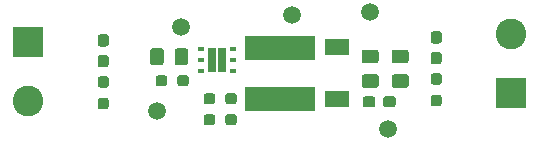
<source format=gts>
%TF.GenerationSoftware,KiCad,Pcbnew,(5.1.10)-1*%
%TF.CreationDate,2021-10-10T23:42:33-04:00*%
%TF.ProjectId,BoostConverter,426f6f73-7443-46f6-9e76-65727465722e,rev?*%
%TF.SameCoordinates,Original*%
%TF.FileFunction,Soldermask,Top*%
%TF.FilePolarity,Negative*%
%FSLAX46Y46*%
G04 Gerber Fmt 4.6, Leading zero omitted, Abs format (unit mm)*
G04 Created by KiCad (PCBNEW (5.1.10)-1) date 2021-10-10 23:42:33*
%MOMM*%
%LPD*%
G01*
G04 APERTURE LIST*
%ADD10R,0.800000X1.050000*%
%ADD11R,0.630000X0.450000*%
%ADD12C,1.500000*%
%ADD13R,5.994400X2.006600*%
%ADD14C,2.600000*%
%ADD15R,2.600000X2.600000*%
%ADD16R,2.108200X1.422400*%
G04 APERTURE END LIST*
%TO.C,C1*%
G36*
G01*
X152204000Y-101633000D02*
X152204000Y-102583000D01*
G75*
G02*
X151954000Y-102833000I-250000J0D01*
G01*
X151279000Y-102833000D01*
G75*
G02*
X151029000Y-102583000I0J250000D01*
G01*
X151029000Y-101633000D01*
G75*
G02*
X151279000Y-101383000I250000J0D01*
G01*
X151954000Y-101383000D01*
G75*
G02*
X152204000Y-101633000I0J-250000D01*
G01*
G37*
G36*
G01*
X154279000Y-101633000D02*
X154279000Y-102583000D01*
G75*
G02*
X154029000Y-102833000I-250000J0D01*
G01*
X153354000Y-102833000D01*
G75*
G02*
X153104000Y-102583000I0J250000D01*
G01*
X153104000Y-101633000D01*
G75*
G02*
X153354000Y-101383000I250000J0D01*
G01*
X154029000Y-101383000D01*
G75*
G02*
X154279000Y-101633000I0J-250000D01*
G01*
G37*
%TD*%
D10*
%TO.C,U1*%
X156318000Y-101837000D03*
X156318000Y-102887000D03*
X157118000Y-101837000D03*
X157118000Y-102887000D03*
D11*
X158058000Y-101412000D03*
X158058000Y-102362000D03*
X158058000Y-103312000D03*
X155378000Y-103312000D03*
X155378000Y-102362000D03*
X155378000Y-101412000D03*
%TD*%
D12*
%TO.C,TP5*%
X169672000Y-98298000D03*
%TD*%
%TO.C,TP4*%
X171196000Y-108204000D03*
%TD*%
%TO.C,TP3*%
X163068000Y-98552000D03*
%TD*%
%TO.C,TP2*%
X151638000Y-106680000D03*
%TD*%
%TO.C,TP1*%
X153670000Y-99568000D03*
%TD*%
%TO.C,R5*%
G36*
G01*
X175497500Y-104477000D02*
X175022500Y-104477000D01*
G75*
G02*
X174785000Y-104239500I0J237500D01*
G01*
X174785000Y-103739500D01*
G75*
G02*
X175022500Y-103502000I237500J0D01*
G01*
X175497500Y-103502000D01*
G75*
G02*
X175735000Y-103739500I0J-237500D01*
G01*
X175735000Y-104239500D01*
G75*
G02*
X175497500Y-104477000I-237500J0D01*
G01*
G37*
G36*
G01*
X175497500Y-106302000D02*
X175022500Y-106302000D01*
G75*
G02*
X174785000Y-106064500I0J237500D01*
G01*
X174785000Y-105564500D01*
G75*
G02*
X175022500Y-105327000I237500J0D01*
G01*
X175497500Y-105327000D01*
G75*
G02*
X175735000Y-105564500I0J-237500D01*
G01*
X175735000Y-106064500D01*
G75*
G02*
X175497500Y-106302000I-237500J0D01*
G01*
G37*
%TD*%
%TO.C,R4*%
G36*
G01*
X156547000Y-107204500D02*
X156547000Y-107679500D01*
G75*
G02*
X156309500Y-107917000I-237500J0D01*
G01*
X155809500Y-107917000D01*
G75*
G02*
X155572000Y-107679500I0J237500D01*
G01*
X155572000Y-107204500D01*
G75*
G02*
X155809500Y-106967000I237500J0D01*
G01*
X156309500Y-106967000D01*
G75*
G02*
X156547000Y-107204500I0J-237500D01*
G01*
G37*
G36*
G01*
X158372000Y-107204500D02*
X158372000Y-107679500D01*
G75*
G02*
X158134500Y-107917000I-237500J0D01*
G01*
X157634500Y-107917000D01*
G75*
G02*
X157397000Y-107679500I0J237500D01*
G01*
X157397000Y-107204500D01*
G75*
G02*
X157634500Y-106967000I237500J0D01*
G01*
X158134500Y-106967000D01*
G75*
G02*
X158372000Y-107204500I0J-237500D01*
G01*
G37*
%TD*%
%TO.C,R3*%
G36*
G01*
X157397000Y-105901500D02*
X157397000Y-105426500D01*
G75*
G02*
X157634500Y-105189000I237500J0D01*
G01*
X158134500Y-105189000D01*
G75*
G02*
X158372000Y-105426500I0J-237500D01*
G01*
X158372000Y-105901500D01*
G75*
G02*
X158134500Y-106139000I-237500J0D01*
G01*
X157634500Y-106139000D01*
G75*
G02*
X157397000Y-105901500I0J237500D01*
G01*
G37*
G36*
G01*
X155572000Y-105901500D02*
X155572000Y-105426500D01*
G75*
G02*
X155809500Y-105189000I237500J0D01*
G01*
X156309500Y-105189000D01*
G75*
G02*
X156547000Y-105426500I0J-237500D01*
G01*
X156547000Y-105901500D01*
G75*
G02*
X156309500Y-106139000I-237500J0D01*
G01*
X155809500Y-106139000D01*
G75*
G02*
X155572000Y-105901500I0J237500D01*
G01*
G37*
%TD*%
%TO.C,R2*%
G36*
G01*
X153333000Y-104377500D02*
X153333000Y-103902500D01*
G75*
G02*
X153570500Y-103665000I237500J0D01*
G01*
X154070500Y-103665000D01*
G75*
G02*
X154308000Y-103902500I0J-237500D01*
G01*
X154308000Y-104377500D01*
G75*
G02*
X154070500Y-104615000I-237500J0D01*
G01*
X153570500Y-104615000D01*
G75*
G02*
X153333000Y-104377500I0J237500D01*
G01*
G37*
G36*
G01*
X151508000Y-104377500D02*
X151508000Y-103902500D01*
G75*
G02*
X151745500Y-103665000I237500J0D01*
G01*
X152245500Y-103665000D01*
G75*
G02*
X152483000Y-103902500I0J-237500D01*
G01*
X152483000Y-104377500D01*
G75*
G02*
X152245500Y-104615000I-237500J0D01*
G01*
X151745500Y-104615000D01*
G75*
G02*
X151508000Y-104377500I0J237500D01*
G01*
G37*
%TD*%
%TO.C,R1*%
G36*
G01*
X147303500Y-104731000D02*
X146828500Y-104731000D01*
G75*
G02*
X146591000Y-104493500I0J237500D01*
G01*
X146591000Y-103993500D01*
G75*
G02*
X146828500Y-103756000I237500J0D01*
G01*
X147303500Y-103756000D01*
G75*
G02*
X147541000Y-103993500I0J-237500D01*
G01*
X147541000Y-104493500D01*
G75*
G02*
X147303500Y-104731000I-237500J0D01*
G01*
G37*
G36*
G01*
X147303500Y-106556000D02*
X146828500Y-106556000D01*
G75*
G02*
X146591000Y-106318500I0J237500D01*
G01*
X146591000Y-105818500D01*
G75*
G02*
X146828500Y-105581000I237500J0D01*
G01*
X147303500Y-105581000D01*
G75*
G02*
X147541000Y-105818500I0J-237500D01*
G01*
X147541000Y-106318500D01*
G75*
G02*
X147303500Y-106556000I-237500J0D01*
G01*
G37*
%TD*%
D13*
%TO.C,L1*%
X162052000Y-101346000D03*
X162052000Y-105664000D03*
%TD*%
D14*
%TO.C,J2*%
X181610000Y-100156000D03*
D15*
X181610000Y-105156000D03*
%TD*%
D14*
%TO.C,J1*%
X140716000Y-105838000D03*
D15*
X140716000Y-100838000D03*
%TD*%
%TO.C,D3*%
G36*
G01*
X175022500Y-101696000D02*
X175497500Y-101696000D01*
G75*
G02*
X175735000Y-101933500I0J-237500D01*
G01*
X175735000Y-102508500D01*
G75*
G02*
X175497500Y-102746000I-237500J0D01*
G01*
X175022500Y-102746000D01*
G75*
G02*
X174785000Y-102508500I0J237500D01*
G01*
X174785000Y-101933500D01*
G75*
G02*
X175022500Y-101696000I237500J0D01*
G01*
G37*
G36*
G01*
X175022500Y-99946000D02*
X175497500Y-99946000D01*
G75*
G02*
X175735000Y-100183500I0J-237500D01*
G01*
X175735000Y-100758500D01*
G75*
G02*
X175497500Y-100996000I-237500J0D01*
G01*
X175022500Y-100996000D01*
G75*
G02*
X174785000Y-100758500I0J237500D01*
G01*
X174785000Y-100183500D01*
G75*
G02*
X175022500Y-99946000I237500J0D01*
G01*
G37*
%TD*%
D16*
%TO.C,D2*%
X166878000Y-101264720D03*
X166878000Y-105664000D03*
%TD*%
%TO.C,D1*%
G36*
G01*
X146828500Y-101950000D02*
X147303500Y-101950000D01*
G75*
G02*
X147541000Y-102187500I0J-237500D01*
G01*
X147541000Y-102762500D01*
G75*
G02*
X147303500Y-103000000I-237500J0D01*
G01*
X146828500Y-103000000D01*
G75*
G02*
X146591000Y-102762500I0J237500D01*
G01*
X146591000Y-102187500D01*
G75*
G02*
X146828500Y-101950000I237500J0D01*
G01*
G37*
G36*
G01*
X146828500Y-100200000D02*
X147303500Y-100200000D01*
G75*
G02*
X147541000Y-100437500I0J-237500D01*
G01*
X147541000Y-101012500D01*
G75*
G02*
X147303500Y-101250000I-237500J0D01*
G01*
X146828500Y-101250000D01*
G75*
G02*
X146591000Y-101012500I0J237500D01*
G01*
X146591000Y-100437500D01*
G75*
G02*
X146828500Y-100200000I237500J0D01*
G01*
G37*
%TD*%
%TO.C,C4*%
G36*
G01*
X172687000Y-102674000D02*
X171737000Y-102674000D01*
G75*
G02*
X171487000Y-102424000I0J250000D01*
G01*
X171487000Y-101749000D01*
G75*
G02*
X171737000Y-101499000I250000J0D01*
G01*
X172687000Y-101499000D01*
G75*
G02*
X172937000Y-101749000I0J-250000D01*
G01*
X172937000Y-102424000D01*
G75*
G02*
X172687000Y-102674000I-250000J0D01*
G01*
G37*
G36*
G01*
X172687000Y-104749000D02*
X171737000Y-104749000D01*
G75*
G02*
X171487000Y-104499000I0J250000D01*
G01*
X171487000Y-103824000D01*
G75*
G02*
X171737000Y-103574000I250000J0D01*
G01*
X172687000Y-103574000D01*
G75*
G02*
X172937000Y-103824000I0J-250000D01*
G01*
X172937000Y-104499000D01*
G75*
G02*
X172687000Y-104749000I-250000J0D01*
G01*
G37*
%TD*%
%TO.C,C3*%
G36*
G01*
X170147000Y-102674000D02*
X169197000Y-102674000D01*
G75*
G02*
X168947000Y-102424000I0J250000D01*
G01*
X168947000Y-101749000D01*
G75*
G02*
X169197000Y-101499000I250000J0D01*
G01*
X170147000Y-101499000D01*
G75*
G02*
X170397000Y-101749000I0J-250000D01*
G01*
X170397000Y-102424000D01*
G75*
G02*
X170147000Y-102674000I-250000J0D01*
G01*
G37*
G36*
G01*
X170147000Y-104749000D02*
X169197000Y-104749000D01*
G75*
G02*
X168947000Y-104499000I0J250000D01*
G01*
X168947000Y-103824000D01*
G75*
G02*
X169197000Y-103574000I250000J0D01*
G01*
X170147000Y-103574000D01*
G75*
G02*
X170397000Y-103824000I0J-250000D01*
G01*
X170397000Y-104499000D01*
G75*
G02*
X170147000Y-104749000I-250000J0D01*
G01*
G37*
%TD*%
%TO.C,C2*%
G36*
G01*
X170109000Y-105680500D02*
X170109000Y-106155500D01*
G75*
G02*
X169871500Y-106393000I-237500J0D01*
G01*
X169271500Y-106393000D01*
G75*
G02*
X169034000Y-106155500I0J237500D01*
G01*
X169034000Y-105680500D01*
G75*
G02*
X169271500Y-105443000I237500J0D01*
G01*
X169871500Y-105443000D01*
G75*
G02*
X170109000Y-105680500I0J-237500D01*
G01*
G37*
G36*
G01*
X171834000Y-105680500D02*
X171834000Y-106155500D01*
G75*
G02*
X171596500Y-106393000I-237500J0D01*
G01*
X170996500Y-106393000D01*
G75*
G02*
X170759000Y-106155500I0J237500D01*
G01*
X170759000Y-105680500D01*
G75*
G02*
X170996500Y-105443000I237500J0D01*
G01*
X171596500Y-105443000D01*
G75*
G02*
X171834000Y-105680500I0J-237500D01*
G01*
G37*
%TD*%
M02*

</source>
